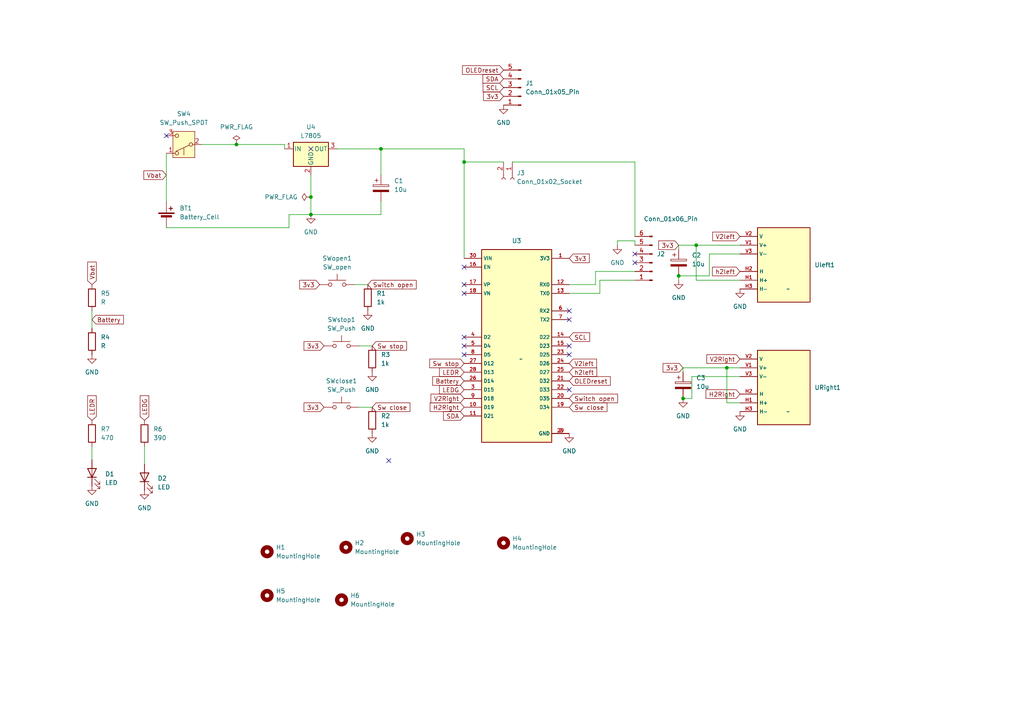
<source format=kicad_sch>
(kicad_sch (version 20231120) (generator "eeschema") (generator_version "8.0")
  (paper "A4")
  (title_block (title "Hijskraan") (date "2024-02-26") (rev "1") (company "Zuyd Hogeschool") (comment 1 "EFT-europe"))
  (lib_symbols
    (symbol "Connector:Conn_01x02_Socket" (pin_names (offset 1.016) hide)
      (property "Reference" "J" (at 0 2.54 0))
      (property "Value" "Conn_01x02_Socket" (at 0 -5.08 0))
      (symbol "Conn_01x02_Socket_1_1"
        (arc (start 0 -2.032) (mid -0.5058 -2.54) (end 0 -3.048) (stroke (width 0.1524)))
        (polyline (pts (xy -1.27 -2.54) (xy -0.508 -2.54)) (stroke (width 0.1524)))
        (polyline (pts (xy -1.27 0) (xy -0.508 0)) (stroke (width 0.1524)))
        (arc (start 0 0.508) (mid -0.5058 0) (end 0 -0.508) (stroke (width 0.1524)))
        (pin passive line (at -5.08 0 0) (length 3.81) (name "Pin_1") (number "1"))
        (pin passive line (at -5.08 -2.54 0) (length 3.81) (name "Pin_2") (number "2"))
      )
    )
    (symbol "Connector:Conn_01x05_Pin" (pin_names (offset 1.016) hide)
      (property "Reference" "J" (at 0 7.62 0))
      (property "Value" "Conn_01x05_Pin" (at 0 -7.62 0))
      (symbol "Conn_01x05_Pin_1_1"
        (polyline (pts (xy 1.27 -5.08) (xy 0.8636 -5.08)) (stroke (width 0.1524)))
        (polyline (pts (xy 1.27 -2.54) (xy 0.8636 -2.54)) (stroke (width 0.1524)))
        (polyline (pts (xy 1.27 0) (xy 0.8636 0)) (stroke (width 0.1524)))
        (polyline (pts (xy 1.27 2.54) (xy 0.8636 2.54)) (stroke (width 0.1524)))
        (polyline (pts (xy 1.27 5.08) (xy 0.8636 5.08)) (stroke (width 0.1524)))
        (rectangle (start 0.8636 -4.953) (end 0 -5.207) (stroke (width 0.1524)) (fill (type outline)))
        (rectangle (start 0.8636 -2.413) (end 0 -2.667) (stroke (width 0.1524)) (fill (type outline)))
        (rectangle (start 0.8636 0.127) (end 0 -0.127) (stroke (width 0.1524)) (fill (type outline)))
        (rectangle (start 0.8636 2.667) (end 0 2.413) (stroke (width 0.1524)) (fill (type outline)))
        (rectangle (start 0.8636 5.207) (end 0 4.953) (stroke (width 0.1524)) (fill (type outline)))
        (pin passive line (at 5.08 5.08 180) (length 3.81) (name "Pin_1") (number "1"))
        (pin passive line (at 5.08 2.54 180) (length 3.81) (name "Pin_2") (number "2"))
        (pin passive line (at 5.08 0 180) (length 3.81) (name "Pin_3") (number "3"))
        (pin passive line (at 5.08 -2.54 180) (length 3.81) (name "Pin_4") (number "4"))
        (pin passive line (at 5.08 -5.08 180) (length 3.81) (name "Pin_5") (number "5"))
      )
    )
    (symbol "Connector:Conn_01x06_Pin" (pin_names (offset 1.016) hide)
      (property "Reference" "J" (at 0 7.62 0))
      (property "Value" "Conn_01x06_Pin" (at 0 -10.16 0))
      (symbol "Conn_01x06_Pin_1_1"
        (polyline (pts (xy 1.27 -7.62) (xy 0.8636 -7.62)) (stroke (width 0.1524)))
        (polyline (pts (xy 1.27 -5.08) (xy 0.8636 -5.08)) (stroke (width 0.1524)))
        (polyline (pts (xy 1.27 -2.54) (xy 0.8636 -2.54)) (stroke (width 0.1524)))
        (polyline (pts (xy 1.27 0) (xy 0.8636 0)) (stroke (width 0.1524)))
        (polyline (pts (xy 1.27 2.54) (xy 0.8636 2.54)) (stroke (width 0.1524)))
        (polyline (pts (xy 1.27 5.08) (xy 0.8636 5.08)) (stroke (width 0.1524)))
        (rectangle (start 0.8636 -7.493) (end 0 -7.747) (stroke (width 0.1524)) (fill (type outline)))
        (rectangle (start 0.8636 -4.953) (end 0 -5.207) (stroke (width 0.1524)) (fill (type outline)))
        (rectangle (start 0.8636 -2.413) (end 0 -2.667) (stroke (width 0.1524)) (fill (type outline)))
        (rectangle (start 0.8636 0.127) (end 0 -0.127) (stroke (width 0.1524)) (fill (type outline)))
        (rectangle (start 0.8636 2.667) (end 0 2.413) (stroke (width 0.1524)) (fill (type outline)))
        (rectangle (start 0.8636 5.207) (end 0 4.953) (stroke (width 0.1524)) (fill (type outline)))
        (pin passive line (at 5.08 5.08 180) (length 3.81) (name "Pin_1") (number "1"))
        (pin passive line (at 5.08 2.54 180) (length 3.81) (name "Pin_2") (number "2"))
        (pin passive line (at 5.08 0 180) (length 3.81) (name "Pin_3") (number "3"))
        (pin passive line (at 5.08 -2.54 180) (length 3.81) (name "Pin_4") (number "4"))
        (pin passive line (at 5.08 -5.08 180) (length 3.81) (name "Pin_5") (number "5"))
        (pin passive line (at 5.08 -7.62 180) (length 3.81) (name "Pin_6") (number "6"))
      )
    )
    (symbol "Device:Battery_Cell" (pin_numbers hide) (pin_names (offset 0) hide)
      (property "Reference" "BT" (at 2.54 2.54 0))
      (property "Value" "Battery_Cell" (at 2.54 0 0))
      (symbol "Battery_Cell_0_1"
        (rectangle (start -2.286 1.778) (end 2.286 1.524) (fill (type outline)))
        (rectangle (start -1.524 1.016) (end 1.524 0.508) (fill (type outline)))
        (polyline (pts (xy 0 0.762) (xy 0 0)))
        (polyline (pts (xy 0 1.778) (xy 0 2.54)))
        (polyline (pts (xy 0.762 3.048) (xy 1.778 3.048)) (stroke (width 0.254)))
        (polyline (pts (xy 1.27 3.556) (xy 1.27 2.54)) (stroke (width 0.254)))
      )
      (symbol "Battery_Cell_1_1"
        (pin passive line (at 0 5.08 270) (length 2.54) (name "+") (number "1"))
        (pin passive line (at 0 -2.54 90) (length 2.54) (name "-") (number "2"))
      )
    )
    (symbol "Device:C_Polarized" (pin_numbers hide) (pin_names (offset 0.254))
      (property "Reference" "C" (at 0.635 2.54 0))
      (property "Value" "C_Polarized" (at 0.635 -2.54 0))
      (symbol "C_Polarized_0_1"
        (rectangle (start -2.286 0.508) (end 2.286 1.016))
        (polyline (pts (xy -1.778 2.286) (xy -0.762 2.286)))
        (polyline (pts (xy -1.27 2.794) (xy -1.27 1.778)))
        (rectangle (start 2.286 -0.508) (end -2.286 -1.016) (fill (type outline)))
      )
      (symbol "C_Polarized_1_1"
        (pin passive line (at 0 3.81 270) (length 2.794) (name "~") (number "1"))
        (pin passive line (at 0 -3.81 90) (length 2.794) (name "~") (number "2"))
      )
    )
    (symbol "Device:LED" (pin_numbers hide) (pin_names (offset 1.016) hide)
      (property "Reference" "D" (at 0 2.54 0))
      (property "Value" "LED" (at 0 -2.54 0))
      (symbol "LED_0_1"
        (polyline (pts (xy -1.27 -1.27) (xy -1.27 1.27)) (stroke (width 0.254)))
        (polyline (pts (xy -1.27 0) (xy 1.27 0)))
        (polyline (pts (xy 1.27 -1.27) (xy 1.27 1.27) (xy -1.27 0) (xy 1.27 -1.27)) (stroke (width 0.254)))
        (polyline (pts (xy -3.048 -0.762) (xy -4.572 -2.286) (xy -3.81 -2.286) (xy -4.572 -2.286) (xy -4.572 -1.524)))
        (polyline (pts (xy -1.778 -0.762) (xy -3.302 -2.286) (xy -2.54 -2.286) (xy -3.302 -2.286) (xy -3.302 -1.524)))
      )
      (symbol "LED_1_1"
        (pin passive line (at -3.81 0 0) (length 2.54) (name "K") (number "1"))
        (pin passive line (at 3.81 0 180) (length 2.54) (name "A") (number "2"))
      )
    )
    (symbol "Device:R" (pin_numbers hide) (pin_names (offset 0))
      (property "Reference" "R" (at 2.032 0 90))
      (property "Value" "R" (at 0 0 90))
      (symbol "R_0_1"
        (rectangle (start -1.016 -2.54) (end 1.016 2.54) (stroke (width 0.254)))
      )
      (symbol "R_1_1"
        (pin passive line (at 0 3.81 270) (length 1.27) (name "~") (number "1"))
        (pin passive line (at 0 -3.81 90) (length 1.27) (name "~") (number "2"))
      )
    )
    (symbol "Mechanical:MountingHole" (pin_names (offset 1.016))
      (property "Reference" "H" (at 0 5.08 0))
      (property "Value" "MountingHole" (at 0 3.175 0))
      (symbol "MountingHole_0_1"
        (circle (center 0 0) (radius 1.27) (stroke (width 1.27)))
      )
    )
    (symbol "Regulator_Linear:L7805" (pin_names (offset 0.254))
      (property "Reference" "U" (at -3.81 3.175 0))
      (property "Value" "L7805" (at 0 3.175 0))
      (symbol "L7805_0_1"
        (rectangle (start -5.08 1.905) (end 5.08 -5.08) (stroke (width 0.254)) (fill (type background)))
      )
      (symbol "L7805_1_1"
        (pin power_in line (at -7.62 0 0) (length 2.54) (name "IN") (number "1"))
        (pin power_in line (at 0 -7.62 90) (length 2.54) (name "GND") (number "2"))
        (pin power_out line (at 7.62 0 180) (length 2.54) (name "OUT") (number "3"))
      )
    )
    (symbol "Switch:SW_Push" (pin_numbers hide) (pin_names (offset 1.016) hide)
      (property "Reference" "SW" (at 1.27 2.54 0))
      (property "Value" "SW_Push" (at 0 -1.524 0))
      (symbol "SW_Push_0_1"
        (circle (center -2.032 0) (radius 0.508))
        (polyline (pts (xy 0 1.27) (xy 0 3.048)))
        (polyline (pts (xy 2.54 1.27) (xy -2.54 1.27)))
        (circle (center 2.032 0) (radius 0.508))
        (pin passive line (at -5.08 0 0) (length 2.54) (name "1") (number "1"))
        (pin passive line (at 5.08 0 180) (length 2.54) (name "2") (number "2"))
      )
    )
    (symbol "Switch:SW_Push_SPDT" (pin_names (offset 0) hide)
      (property "Reference" "SW" (at 0 5.08 0))
      (property "Value" "SW_Push_SPDT" (at 0 -5.08 0))
      (symbol "SW_Push_SPDT_0_0"
        (circle (center -2.032 0) (radius 0.508))
        (polyline (pts (xy 0 1.016) (xy 0 3.048)))
        (circle (center 2.032 -2.54) (radius 0.508))
      )
      (symbol "SW_Push_SPDT_0_1"
        (polyline (pts (xy -1.524 0.2032) (xy 2.3368 1.9812)))
        (circle (center 2.032 2.54) (radius 0.508))
      )
      (symbol "SW_Push_SPDT_1_1"
        (rectangle (start -3.175 3.81) (end 3.175 -3.81) (fill (type background)))
        (pin passive line (at 5.08 2.54 180) (length 2.54) (name "A") (number "1"))
        (pin passive line (at -5.08 0 0) (length 2.54) (name "B") (number "2"))
        (pin passive line (at 5.08 -2.54 180) (length 2.54) (name "C") (number "3"))
      )
    )
    (symbol "Zuydlib3:ESP32_DEVKIT_V1"
      (property "Reference" "U" (at 1.27 -3.81 0))
      (symbol "ESP32_DEVKIT_V1_0_0"
        (rectangle (start -10.16 -27.94) (end 10.16 27.94) (stroke (width 0.254)) (fill (type background)))
        (pin output line (at 15.24 25.4 180) (length 5.08) (name "3V3") (number "1"))
        (pin bidirectional line (at -15.24 -17.78 0) (length 5.08) (name "D19") (number "10"))
        (pin bidirectional line (at -15.24 -20.32 0) (length 5.08) (name "D21") (number "11"))
        (pin input line (at 15.24 17.78 180) (length 5.08) (name "RX0") (number "12"))
        (pin output line (at 15.24 15.24 180) (length 5.08) (name "TX0") (number "13"))
        (pin bidirectional line (at 15.24 2.54 180) (length 5.08) (name "D22") (number "14"))
        (pin bidirectional line (at 15.24 0 180) (length 5.08) (name "D23") (number "15"))
        (pin input line (at -15.24 22.86 0) (length 5.08) (name "EN") (number "16"))
        (pin bidirectional line (at -15.24 17.78 0) (length 5.08) (name "VP") (number "17"))
        (pin bidirectional line (at -15.24 15.24 0) (length 5.08) (name "VN") (number "18"))
        (pin bidirectional line (at 15.24 -17.78 180) (length 5.08) (name "D34") (number "19"))
        (pin power_in line (at 15.24 -25.4 180) (length 5.08) (name "GND") (number "2"))
        (pin bidirectional line (at 15.24 -15.24 180) (length 5.08) (name "D35") (number "20"))
        (pin bidirectional line (at 15.24 -10.16 180) (length 5.08) (name "D32") (number "21"))
        (pin bidirectional line (at 15.24 -12.7 180) (length 5.08) (name "D33") (number "22"))
        (pin bidirectional line (at 15.24 -2.54 180) (length 5.08) (name "D25") (number "23"))
        (pin bidirectional line (at 15.24 -5.08 180) (length 5.08) (name "D26") (number "24"))
        (pin bidirectional line (at 15.24 -7.62 180) (length 5.08) (name "D27") (number "25"))
        (pin bidirectional line (at -15.24 -10.16 0) (length 5.08) (name "D14") (number "26"))
        (pin bidirectional line (at -15.24 -5.08 0) (length 5.08) (name "D12") (number "27"))
        (pin bidirectional line (at -15.24 -7.62 0) (length 5.08) (name "D13") (number "28"))
        (pin power_in line (at 15.24 -25.4 180) (length 5.08) (name "GND") (number "29"))
        (pin bidirectional line (at -15.24 -12.7 0) (length 5.08) (name "D15") (number "3"))
        (pin input line (at -15.24 25.4 0) (length 5.08) (name "VIN") (number "30"))
        (pin bidirectional line (at -15.24 2.54 0) (length 5.08) (name "D2") (number "4"))
        (pin bidirectional line (at -15.24 0 0) (length 5.08) (name "D4") (number "5"))
        (pin input line (at 15.24 10.16 180) (length 5.08) (name "RX2") (number "6"))
        (pin output line (at 15.24 7.62 180) (length 5.08) (name "TX2") (number "7"))
        (pin bidirectional line (at -15.24 -2.54 0) (length 5.08) (name "D5") (number "8"))
        (pin bidirectional line (at -15.24 -15.24 0) (length 5.08) (name "D18") (number "9"))
      )
    )
    (symbol "Zuydlib3:joystick_2P"
      (property "Reference" "U" (at 0 0 0))
      (symbol "joystick_2P_0_0"
        (rectangle (start -7.62 10.16) (end 7.62 -11.43) (stroke (width 0.254)) (fill (type background)))
        (pin passive line (at -12.7 -5.08 0) (length 5.08) (name "H+") (number "H1"))
        (pin passive line (at -12.7 -2.54 0) (length 5.08) (name "H") (number "H2"))
        (pin passive line (at -12.7 -7.62 0) (length 5.08) (name "H-") (number "H3"))
        (pin passive line (at -12.7 5.08 0) (length 5.08) (name "V+") (number "V1"))
        (pin passive line (at -12.7 7.62 0) (length 5.08) (name "V") (number "V2"))
        (pin passive line (at -12.7 2.54 0) (length 5.08) (name "V-") (number "V3"))
      )
    )
    (symbol "power:GND" (power) (pin_names (offset 0))
      (property "Value" "GND" (at 0 -3.81 0))
      (symbol "GND_0_1"
        (polyline (pts (xy 0 0) (xy 0 -1.27) (xy 1.27 -1.27) (xy 0 -2.54) (xy -1.27 -1.27) (xy 0 -1.27)))
      )
      (symbol "GND_1_1"
        (pin power_in line (at 0 0 270) (length 0) hide (name "GND") (number "1"))
      )
    )
    (symbol "power:PWR_FLAG" (power) (pin_numbers hide) (pin_names (offset 0) hide)
      (property "Value" "PWR_FLAG" (at 0 3.81 0))
      (symbol "PWR_FLAG_0_0"
        (pin power_out line (at 0 0 90) (length 0) (name "pwr") (number "1"))
      )
      (symbol "PWR_FLAG_0_1"
        (polyline (pts (xy 0 0) (xy 0 1.27) (xy -1.016 1.905) (xy 0 2.54) (xy 1.016 1.905) (xy 0 1.27)))
      )
    )
  )
  (junction (at 134.62 46.99))
  (junction (at 90.17 62.23))
  (junction (at 90.17 57.15))
  (junction (at 68.58 41.91))
  (junction (at 196.85 80.01))
  (junction (at 198.12 115.57))
  (junction (at 110.49 43.18))
  (junction (at 201.93 71.12))
  (junction (at 210.82 106.68))
  (no_connect (at 165.1 90.17))
  (no_connect (at 134.62 100.33))
  (no_connect (at 165.1 92.71))
  (no_connect (at 90.17 43.18))
  (no_connect (at 134.62 85.09))
  (no_connect (at 48.26 39.37))
  (no_connect (at 134.62 102.87))
  (no_connect (at 165.1 113.03))
  (no_connect (at 134.62 82.55))
  (no_connect (at 184.15 76.2))
  (no_connect (at 165.1 100.33))
  (no_connect (at 134.62 77.47))
  (no_connect (at 112.7497 133.6032))
  (no_connect (at 134.62 97.79))
  (no_connect (at 184.15 73.66))
  (no_connect (at 165.1 102.87))
  (wire (pts (xy 68.58 41.91) (xy 82.55 41.91)))
  (wire (pts (xy 83.82 66.04) (xy 83.82 62.23)))
  (wire (pts (xy 97.79 43.18) (xy 110.49 43.18)))
  (wire (pts (xy 83.82 62.23) (xy 90.17 62.23)))
  (wire (pts (xy 41.91 129.54) (xy 41.91 134.62)))
  (wire (pts (xy 184.15 68.58) (xy 184.15 46.99)))
  (wire (pts (xy 184.15 69.85) (xy 184.15 71.12)))
  (wire (pts (xy 179.07 69.85) (xy 179.07 71.12)))
  (wire (pts (xy 196.85 72.39) (xy 196.85 71.12)))
  (wire (pts (xy 184.15 81.28) (xy 173.99 81.28)))
  (wire (pts (xy 110.49 50.8) (xy 110.49 43.18)))
  (wire (pts (xy 179.07 69.85) (xy 184.15 69.85)))
  (wire (pts (xy 48.26 58.42) (xy 48.26 44.45)))
  (wire (pts (xy 58.42 41.91) (xy 68.58 41.91)))
  (wire (pts (xy 134.62 46.99) (xy 146.05 46.99)))
  (wire (pts (xy 214.63 73.66) (xy 205.74 73.66)))
  (wire (pts (xy 82.55 41.91) (xy 82.55 43.18)))
  (wire (pts (xy 110.49 43.18) (xy 134.62 43.18)))
  (wire (pts (xy 173.99 81.28) (xy 173.99 85.09)))
  (wire (pts (xy 200.66 115.57) (xy 198.12 115.57)))
  (wire (pts (xy 26.67 90.17) (xy 26.67 95.25)))
  (wire (pts (xy 200.66 109.22) (xy 200.66 115.57)))
  (wire (pts (xy 90.17 50.8) (xy 90.17 57.15)))
  (wire (pts (xy 90.17 62.23) (xy 110.49 62.23)))
  (wire (pts (xy 134.62 43.18) (xy 134.62 46.99)))
  (wire (pts (xy 200.66 109.22) (xy 214.63 109.22)))
  (wire (pts (xy 184.15 78.74) (xy 172.72 78.74)))
  (wire (pts (xy 210.82 116.84) (xy 210.82 106.68)))
  (wire (pts (xy 172.72 78.74) (xy 172.72 82.55)))
  (wire (pts (xy 210.82 106.68) (xy 214.63 106.68)))
  (wire (pts (xy 201.93 81.28) (xy 201.93 71.12)))
  (wire (pts (xy 184.15 46.99) (xy 148.59 46.99)))
  (wire (pts (xy 214.63 81.28) (xy 201.93 81.28)))
  (wire (pts (xy 172.72 82.55) (xy 165.1 82.55)))
  (wire (pts (xy 102.87 82.55) (xy 106.68 82.55)))
  (wire (pts (xy 201.93 71.12) (xy 214.63 71.12)))
  (wire (pts (xy 104.14 100.33) (xy 107.95 100.33)))
  (wire (pts (xy 104.14 118.11) (xy 107.95 118.11)))
  (wire (pts (xy 205.74 73.66) (xy 205.74 80.01)))
  (wire (pts (xy 90.17 57.15) (xy 90.17 62.23)))
  (wire (pts (xy 196.85 80.01) (xy 205.74 80.01)))
  (wire (pts (xy 198.12 106.68) (xy 210.82 106.68)))
  (wire (pts (xy 198.12 107.95) (xy 198.12 106.68)))
  (wire (pts (xy 165.1 85.09) (xy 173.99 85.09)))
  (wire (pts (xy 134.62 74.93) (xy 134.62 46.99)))
  (wire (pts (xy 214.63 116.84) (xy 210.82 116.84)))
  (wire (pts (xy 110.49 62.23) (xy 110.49 58.42)))
  (wire (pts (xy 48.26 66.04) (xy 83.82 66.04)))
  (wire (pts (xy 196.85 71.12) (xy 201.93 71.12)))
  (wire (pts (xy 196.85 81.28) (xy 196.85 80.01)))
  (wire (pts (xy 26.67 129.54) (xy 26.67 133.35)))
  (global_label "Vbat" (shape input) (at 26.67 82.55 90) (property "Intersheetrefs" "${INTERSHEET_REFS}" (effects (hide yes))))
  (global_label "V2left" (shape input) (at 165.1 105.41 0) (property "Intersheetrefs" "${INTERSHEET_REFS}" (effects (hide yes))))
  (global_label "LEDG" (shape input) (at 41.91 121.92 90) (property "Intersheetrefs" "${INTERSHEET_REFS}" (effects (hide yes))))
  (global_label "SCL" (shape input) (at 165.1 97.79 0) (property "Intersheetrefs" "${INTERSHEET_REFS}" (effects (hide yes))))
  (global_label "H2Right" (shape input) (at 134.62 118.11 180) (property "Intersheetrefs" "${INTERSHEET_REFS}" (effects (hide yes))))
  (global_label "3v3" (shape input) (at 146.05 27.94 180) (property "Intersheetrefs" "${INTERSHEET_REFS}" (effects (hide yes))))
  (global_label "V2left" (shape input) (at 214.63 68.58 180) (property "Intersheetrefs" "${INTERSHEET_REFS}" (effects (hide yes))))
  (global_label "3v3" (shape input) (at 165.1 74.93 0) (property "Intersheetrefs" "${INTERSHEET_REFS}" (effects (hide yes))))
  (global_label "3v3" (shape input) (at 92.71 82.55 180) (property "Intersheetrefs" "${INTERSHEET_REFS}" (effects (hide yes))))
  (global_label "Switch open" (shape input) (at 106.68 82.55 0) (property "Intersheetrefs" "${INTERSHEET_REFS}" (effects (hide yes))))
  (global_label "3v3" (shape input) (at 93.98 118.11 180) (property "Intersheetrefs" "${INTERSHEET_REFS}" (effects (hide yes))))
  (global_label "OLEDreset" (shape input) (at 146.05 20.32 180) (property "Intersheetrefs" "${INTERSHEET_REFS}" (effects (hide yes))))
  (global_label "Vbat" (shape input) (at 48.26 50.8 180) (property "Intersheetrefs" "${INTERSHEET_REFS}" (effects (hide yes))))
  (global_label "Sw stop" (shape input) (at 107.95 100.33 0) (property "Intersheetrefs" "${INTERSHEET_REFS}" (effects (hide yes))))
  (global_label "LEDR" (shape input) (at 134.62 107.95 180) (property "Intersheetrefs" "${INTERSHEET_REFS}" (effects (hide yes))))
  (global_label "LEDG" (shape input) (at 134.62 113.03 180) (property "Intersheetrefs" "${INTERSHEET_REFS}" (effects (hide yes))))
  (global_label "Sw close" (shape input) (at 107.95 118.11 0) (property "Intersheetrefs" "${INTERSHEET_REFS}" (effects (hide yes))))
  (global_label "V2Right" (shape input) (at 214.63 104.14 180) (property "Intersheetrefs" "${INTERSHEET_REFS}" (effects (hide yes))))
  (global_label "Sw close" (shape input) (at 165.1 118.11 0) (property "Intersheetrefs" "${INTERSHEET_REFS}" (effects (hide yes))))
  (global_label "H2Right" (shape input) (at 214.63 114.3 180) (property "Intersheetrefs" "${INTERSHEET_REFS}" (effects (hide yes))))
  (global_label "SDA" (shape input) (at 146.05 22.86 180) (property "Intersheetrefs" "${INTERSHEET_REFS}" (effects (hide yes))))
  (global_label "SDA" (shape input) (at 134.62 120.65 180) (property "Intersheetrefs" "${INTERSHEET_REFS}" (effects (hide yes))))
  (global_label "h2left" (shape input) (at 214.63 78.74 180) (property "Intersheetrefs" "${INTERSHEET_REFS}" (effects (hide yes))))
  (global_label "V2Right" (shape input) (at 134.62 115.57 180) (property "Intersheetrefs" "${INTERSHEET_REFS}" (effects (hide yes))))
  (global_label "Sw stop" (shape input) (at 134.62 105.41 180) (property "Intersheetrefs" "${INTERSHEET_REFS}" (effects (hide yes))))
  (global_label "LEDR" (shape input) (at 26.67 121.92 90) (property "Intersheetrefs" "${INTERSHEET_REFS}" (effects (hide yes))))
  (global_label "3v3" (shape input) (at 196.85 71.12 180) (property "Intersheetrefs" "${INTERSHEET_REFS}" (effects (hide yes))))
  (global_label "Battery" (shape input) (at 26.67 92.71 0) (property "Intersheetrefs" "${INTERSHEET_REFS}" (effects (hide yes))))
  (global_label "3v3" (shape input) (at 198.12 106.68 180) (property "Intersheetrefs" "${INTERSHEET_REFS}" (effects (hide yes))))
  (global_label "OLEDreset" (shape input) (at 165.1 110.49 0) (property "Intersheetrefs" "${INTERSHEET_REFS}" (effects (hide yes))))
  (global_label "Battery" (shape input) (at 134.62 110.49 180) (property "Intersheetrefs" "${INTERSHEET_REFS}" (effects (hide yes))))
  (global_label "Switch open" (shape input) (at 165.1 115.57 0) (property "Intersheetrefs" "${INTERSHEET_REFS}" (effects (hide yes))))
  (global_label "3v3" (shape input) (at 93.98 100.33 180) (property "Intersheetrefs" "${INTERSHEET_REFS}" (effects (hide yes))))
  (global_label "SCL" (shape input) (at 146.05 25.4 180) (property "Intersheetrefs" "${INTERSHEET_REFS}" (effects (hide yes))))
  (global_label "h2left" (shape input) (at 165.1 107.95 0) (property "Intersheetrefs" "${INTERSHEET_REFS}" (effects (hide yes))))
  (symbol (lib_id "power:GND") (at 165.1 125.73 0) (unit 1)
    (property "Reference" "#PWR02" (effects (hide yes)))
    (property "Value" "GND" (at 165.1 130.81 0))
  )
  (symbol (lib_id "Device:R") (at 26.67 86.36 0) (unit 1)
    (property "Reference" "R5" (at 29.21 85.09 0) (effects (justify left)))
    (property "Value" "R" (at 29.21 87.63 0) (effects (justify left)))
    (property "Footprint" "Resistor_THT:R_Axial_DIN0207_L6.3mm_D2.5mm_P7.62mm_Horizontal" (effects (hide yes)))
  )
  (symbol (lib_id "Zuydlib3:ESP32_DEVKIT_V1") (at 149.86 100.33 0) (unit 1)
    (property "Reference" "U3" (at 149.86 69.85 0))
    (property "Value" "~" (at 151.13 104.14 0))
    (property "Footprint" "Zuydlib3:ESP32_DEVKIT_V1" (effects (hide yes)))
  )
  (symbol (lib_id "Device:R") (at 106.68 86.36 0) (unit 1)
    (property "Reference" "R1" (at 109.22 85.09 0) (effects (justify left)))
    (property "Value" "1k" (at 109.22 87.63 0) (effects (justify left)))
    (property "Footprint" "Resistor_THT:R_Axial_DIN0207_L6.3mm_D2.5mm_P7.62mm_Horizontal" (effects (hide yes)))
  )
  (symbol (lib_id "power:GND") (at 41.91 142.24 0) (unit 1)
    (property "Reference" "#PWR014" (effects (hide yes)))
    (property "Value" "GND" (at 41.91 147.32 0))
  )
  (symbol (lib_id "power:GND") (at 26.67 140.97 0) (unit 1)
    (property "Reference" "#PWR013" (effects (hide yes)))
    (property "Value" "GND" (at 26.67 146.05 0))
  )
  (symbol (lib_id "Switch:SW_Push") (at 99.06 100.33 0) (unit 1)
    (property "Reference" "SWstop1" (at 99.06 92.71 0))
    (property "Value" "SW_Push" (at 99.06 95.25 0))
    (property "Footprint" "Button_Switch_THT:SW_PUSH_6mm_H8mm" (effects (hide yes)))
  )
  (symbol (lib_id "Zuydlib3:joystick_2P") (at 227.33 76.2 0) (unit 1)
    (property "Reference" "Uleft1" (at 236.22 76.835 0) (effects (justify left)))
    (property "Value" "~" (at 228.6 83.82 0))
    (property "Footprint" "Zuydlib3:joystick_2P" (effects (hide yes)))
  )
  (symbol (lib_id "power:GND") (at 106.68 90.17 0) (unit 1)
    (property "Reference" "#PWR010" (effects (hide yes)))
    (property "Value" "GND" (at 106.68 95.25 0))
  )
  (symbol (lib_id "power:GND") (at 107.95 107.95 0) (unit 1)
    (property "Reference" "#PWR09" (effects (hide yes)))
    (property "Value" "GND" (at 107.95 113.03 0))
  )
  (symbol (lib_id "Mechanical:MountingHole") (at 99.06 173.99 0) (unit 1)
    (property "Reference" "H6" (at 101.6 172.72 0) (effects (justify left)))
    (property "Value" "MountingHole" (at 101.6 175.26 0) (effects (justify left)))
    (property "Footprint" "MountingHole:MountingHole_3mm" (effects (hide yes)))
  )
  (symbol (lib_id "Connector:Conn_01x06_Pin") (at 189.23 76.2 180) (unit 1)
    (property "Reference" "J2" (at 190.5 73.66 0) (effects (justify right)))
    (property "Value" "Conn_01x06_Pin" (at 186.69 63.5 0) (effects (justify right)))
    (property "Footprint" "Connector_PinHeader_2.54mm:PinHeader_1x06_P2.54mm_Vertical" (effects (hide yes)))
  )
  (symbol (lib_id "power:GND") (at 90.17 62.23 0) (unit 1)
    (property "Reference" "#PWR011" (effects (hide yes)))
    (property "Value" "GND" (at 90.17 67.31 0))
  )
  (symbol (lib_id "Switch:SW_Push") (at 99.06 118.11 0) (unit 1)
    (property "Reference" "SWclose1" (at 99.06 110.49 0))
    (property "Value" "SW_Push" (at 99.06 113.03 0))
    (property "Footprint" "Button_Switch_THT:SW_PUSH_6mm_H8mm" (effects (hide yes)))
  )
  (symbol (lib_id "Mechanical:MountingHole") (at 118.11 156.21 0) (unit 1)
    (property "Reference" "H3" (at 120.65 154.94 0) (effects (justify left)))
    (property "Value" "MountingHole" (at 120.65 157.48 0) (effects (justify left)))
    (property "Footprint" "MountingHole:MountingHole_3mm" (effects (hide yes)))
  )
  (symbol (lib_id "power:PWR_FLAG") (at 68.58 41.91 0) (unit 1)
    (property "Reference" "#FLG01" (effects (hide yes)))
    (property "Value" "PWR_FLAG" (at 68.58 36.83 0))
  )
  (symbol (lib_id "power:GND") (at 214.63 119.38 0) (unit 1)
    (property "Reference" "#PWR03" (effects (hide yes)))
    (property "Value" "GND" (at 214.63 124.46 0))
  )
  (symbol (lib_id "Mechanical:MountingHole") (at 77.47 172.72 0) (unit 1)
    (property "Reference" "H5" (at 80.01 171.45 0) (effects (justify left)))
    (property "Value" "MountingHole" (at 80.01 173.99 0) (effects (justify left)))
    (property "Footprint" "MountingHole:MountingHole_3mm" (effects (hide yes)))
  )
  (symbol (lib_id "Device:R") (at 41.91 125.73 0) (unit 1)
    (property "Reference" "R6" (at 44.45 124.46 0) (effects (justify left)))
    (property "Value" "390" (at 44.45 127 0) (effects (justify left)))
    (property "Footprint" "Resistor_THT:R_Axial_DIN0207_L6.3mm_D2.5mm_P7.62mm_Horizontal" (effects (hide yes)))
  )
  (symbol (lib_id "Device:R") (at 26.67 125.73 0) (unit 1)
    (property "Reference" "R7" (at 29.21 124.46 0) (effects (justify left)))
    (property "Value" "470" (at 29.21 127 0) (effects (justify left)))
    (property "Footprint" "Resistor_THT:R_Axial_DIN0207_L6.3mm_D2.5mm_P7.62mm_Horizontal" (effects (hide yes)))
  )
  (symbol (lib_id "Device:C_Polarized") (at 110.49 54.61 0) (unit 1)
    (property "Reference" "C1" (at 114.3 52.451 0) (effects (justify left)))
    (property "Value" "10u" (at 114.3 54.991 0) (effects (justify left)))
    (property "Footprint" "Capacitor_THT:CP_Axial_L10.0mm_D4.5mm_P15.00mm_Horizontal" (effects (hide yes)))
  )
  (symbol (lib_id "Device:Battery_Cell") (at 48.26 63.5 0) (unit 1)
    (property "Reference" "BT1" (at 52.07 60.3885 0) (effects (justify left)))
    (property "Value" "Battery_Cell" (at 52.07 62.9285 0) (effects (justify left)))
    (property "Footprint" "Battery:BatteryHolder_Eagle_12BH611-GR" (effects (hide yes)))
  )
  (symbol (lib_id "Mechanical:MountingHole") (at 146.05 157.48 0) (unit 1)
    (property "Reference" "H4" (at 148.59 156.21 0) (effects (justify left)))
    (property "Value" "MountingHole" (at 148.59 158.75 0) (effects (justify left)))
    (property "Footprint" "MountingHole:MountingHole_3mm" (effects (hide yes)))
  )
  (symbol (lib_id "Connector:Conn_01x02_Socket") (at 148.59 52.07 270) (unit 1)
    (property "Reference" "J3" (at 149.86 50.165 90) (effects (justify left)))
    (property "Value" "Conn_01x02_Socket" (at 149.86 52.705 90) (effects (justify left)))
    (property "Footprint" "Connector_PinSocket_2.54mm:PinSocket_1x02_P2.54mm_Vertical" (effects (hide yes)))
  )
  (symbol (lib_id "Device:R") (at 26.67 99.06 0) (unit 1)
    (property "Reference" "R4" (at 29.21 97.79 0) (effects (justify left)))
    (property "Value" "R" (at 29.21 100.33 0) (effects (justify left)))
    (property "Footprint" "Resistor_THT:R_Axial_DIN0207_L6.3mm_D2.5mm_P7.62mm_Horizontal" (effects (hide yes)))
  )
  (symbol (lib_id "power:GND") (at 26.67 102.87 0) (unit 1)
    (property "Reference" "#PWR012" (effects (hide yes)))
    (property "Value" "GND" (at 26.67 107.95 0))
  )
  (symbol (lib_id "Mechanical:MountingHole") (at 100.33 158.75 0) (unit 1)
    (property "Reference" "H2" (at 102.87 157.48 0) (effects (justify left)))
    (property "Value" "MountingHole" (at 102.87 160.02 0) (effects (justify left)))
    (property "Footprint" "MountingHole:MountingHole_3mm" (effects (hide yes)))
  )
  (symbol (lib_id "Regulator_Linear:L7805") (at 90.17 43.18 0) (unit 1)
    (property "Reference" "U4" (at 90.17 36.83 0))
    (property "Value" "L7805" (at 90.17 39.37 0))
    (property "Footprint" "Package_TO_SOT_THT:TO-220-3_Vertical" (effects (hide yes)))
    (property "Datasheet" "http://www.st.com/content/ccc/resource/technical/document/datasheet/41/4f/b3/b0/12/d4/47/88/CD00000444.pdf/files/CD00000444.pdf/jcr:content/translations/en.CD00000444.pdf" (effects (hide yes)))
  )
  (symbol (lib_id "Connector:Conn_01x05_Pin") (at 151.13 25.4 180) (unit 1)
    (property "Reference" "J1" (at 152.4 24.13 0) (effects (justify right)))
    (property "Value" "Conn_01x05_Pin" (at 152.4 26.67 0) (effects (justify right)))
    (property "Footprint" "Connector_PinHeader_2.54mm:PinHeader_1x05_P2.54mm_Vertical" (effects (hide yes)))
  )
  (symbol (lib_id "power:PWR_FLAG") (at 90.17 57.15 90) (unit 1)
    (property "Reference" "#FLG02" (effects (hide yes)))
    (property "Value" "PWR_FLAG" (at 86.36 57.15 90) (effects (justify left)))
  )
  (symbol (lib_id "power:GND") (at 198.12 115.57 0) (unit 1)
    (property "Reference" "#PWR07" (effects (hide yes)))
    (property "Value" "GND" (at 198.12 120.65 0))
  )
  (symbol (lib_id "Device:R") (at 107.95 121.92 0) (unit 1)
    (property "Reference" "R2" (at 110.49 120.65 0) (effects (justify left)))
    (property "Value" "1k" (at 110.49 123.19 0) (effects (justify left)))
    (property "Footprint" "Resistor_THT:R_Axial_DIN0207_L6.3mm_D2.5mm_P7.62mm_Horizontal" (effects (hide yes)))
  )
  (symbol (lib_id "Device:C_Polarized") (at 196.85 76.2 0) (unit 1)
    (property "Reference" "C2" (at 200.66 74.041 0) (effects (justify left)))
    (property "Value" "10u" (at 200.66 76.581 0) (effects (justify left)))
    (property "Footprint" "Capacitor_THT:CP_Axial_L10.0mm_D4.5mm_P15.00mm_Horizontal" (effects (hide yes)))
  )
  (symbol (lib_id "Switch:SW_Push") (at 97.79 82.55 0) (unit 1)
    (property "Reference" "SWopen1" (at 97.79 74.93 0))
    (property "Value" "SW_open" (at 97.79 77.47 0))
    (property "Footprint" "Button_Switch_THT:SW_PUSH_6mm_H8mm" (effects (hide yes)))
  )
  (symbol (lib_id "Device:LED") (at 41.91 138.43 90) (unit 1)
    (property "Reference" "D2" (at 45.72 138.7475 90) (effects (justify right)))
    (property "Value" "LED" (at 45.72 141.2875 90) (effects (justify right)))
    (property "Footprint" "LED_THT:LED_D5.0mm" (effects (hide yes)))
  )
  (symbol (lib_id "power:GND") (at 146.05 30.48 0) (unit 1)
    (property "Reference" "#PWR05" (effects (hide yes)))
    (property "Value" "GND" (at 146.05 35.56 0))
  )
  (symbol (lib_id "power:GND") (at 107.95 125.73 0) (unit 1)
    (property "Reference" "#PWR08" (effects (hide yes)))
    (property "Value" "GND" (at 107.95 130.81 0))
  )
  (symbol (lib_id "power:GND") (at 214.63 83.82 0) (unit 1)
    (property "Reference" "#PWR04" (effects (hide yes)))
    (property "Value" "GND" (at 214.63 88.9 0))
  )
  (symbol (lib_id "power:GND") (at 196.85 81.28 0) (unit 1)
    (property "Reference" "#PWR06" (effects (hide yes)))
    (property "Value" "GND" (at 196.85 86.36 0))
  )
  (symbol (lib_id "Device:R") (at 107.95 104.14 0) (unit 1)
    (property "Reference" "R3" (at 110.49 102.87 0) (effects (justify left)))
    (property "Value" "1k" (at 110.49 105.41 0) (effects (justify left)))
    (property "Footprint" "Resistor_THT:R_Axial_DIN0207_L6.3mm_D2.5mm_P7.62mm_Horizontal" (effects (hide yes)))
  )
  (symbol (lib_id "Switch:SW_Push_SPDT") (at 53.34 41.91 180) (unit 1)
    (property "Reference" "SW4" (at 53.34 33.02 0))
    (property "Value" "SW_Push_SPDT" (at 53.34 35.56 0))
    (property "Footprint" "Zuydlib3:SW_CuK_SPDT_Angled" (effects (hide yes)))
  )
  (symbol (lib_id "power:GND") (at 179.07 71.12 0) (unit 1)
    (property "Reference" "#PWR01" (effects (hide yes)))
    (property "Value" "GND" (at 179.07 76.2 0))
  )
  (symbol (lib_id "Device:C_Polarized") (at 198.12 111.76 0) (unit 1)
    (property "Reference" "C3" (at 201.93 109.601 0) (effects (justify left)))
    (property "Value" "10u" (at 201.93 112.141 0) (effects (justify left)))
    (property "Footprint" "Capacitor_THT:CP_Axial_L10.0mm_D4.5mm_P15.00mm_Horizontal" (effects (hide yes)))
  )
  (symbol (lib_id "Mechanical:MountingHole") (at 77.47 160.02 0) (unit 1)
    (property "Reference" "H1" (at 80.01 158.75 0) (effects (justify left)))
    (property "Value" "MountingHole" (at 80.01 161.29 0) (effects (justify left)))
    (property "Footprint" "MountingHole:MountingHole_3mm" (effects (hide yes)))
  )
  (symbol (lib_id "Device:LED") (at 26.67 137.16 90) (unit 1)
    (property "Reference" "D1" (at 30.48 137.4775 90) (effects (justify right)))
    (property "Value" "LED" (at 30.48 140.0175 90) (effects (justify right)))
    (property "Footprint" "LED_THT:LED_D5.0mm" (effects (hide yes)))
  )
  (symbol (lib_id "Zuydlib3:joystick_2P") (at 227.33 111.76 0) (unit 1)
    (property "Reference" "URight1" (at 236.22 112.395 0) (effects (justify left)))
    (property "Value" "~" (at 228.6 119.38 0))
    (property "Footprint" "Zuydlib3:joystick_2P" (effects (hide yes)))
  )
)
</source>
